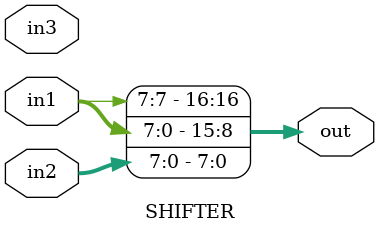
<source format=v>
`define BIT 8

module SHIFTER(out, in1, in2, in3);
	output reg signed [(2*`BIT):0] out;
	input [`BIT-1:0] in1, in2; 
	input in3;
	
	always@(*) begin
	    out[16] = in1[7];
		out[15:0] =  {in1, in2, in3} >> 1;
	end
endmodule

</source>
